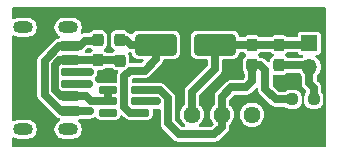
<source format=gbr>
%TF.GenerationSoftware,KiCad,Pcbnew,8.0.8*%
%TF.CreationDate,2025-02-05T16:43:23+08:00*%
%TF.ProjectId,5V24VBoostUp(USBC),35563234-5642-46f6-9f73-745570285553,rev?*%
%TF.SameCoordinates,Original*%
%TF.FileFunction,Copper,L1,Top*%
%TF.FilePolarity,Positive*%
%FSLAX46Y46*%
G04 Gerber Fmt 4.6, Leading zero omitted, Abs format (unit mm)*
G04 Created by KiCad (PCBNEW 8.0.8) date 2025-02-05 16:43:23*
%MOMM*%
%LPD*%
G01*
G04 APERTURE LIST*
G04 Aperture macros list*
%AMRoundRect*
0 Rectangle with rounded corners*
0 $1 Rounding radius*
0 $2 $3 $4 $5 $6 $7 $8 $9 X,Y pos of 4 corners*
0 Add a 4 corners polygon primitive as box body*
4,1,4,$2,$3,$4,$5,$6,$7,$8,$9,$2,$3,0*
0 Add four circle primitives for the rounded corners*
1,1,$1+$1,$2,$3*
1,1,$1+$1,$4,$5*
1,1,$1+$1,$6,$7*
1,1,$1+$1,$8,$9*
0 Add four rect primitives between the rounded corners*
20,1,$1+$1,$2,$3,$4,$5,0*
20,1,$1+$1,$4,$5,$6,$7,0*
20,1,$1+$1,$6,$7,$8,$9,0*
20,1,$1+$1,$8,$9,$2,$3,0*%
G04 Aperture macros list end*
%TA.AperFunction,ComponentPad*%
%ADD10C,1.440000*%
%TD*%
%TA.AperFunction,SMDPad,CuDef*%
%ADD11RoundRect,0.162500X0.617500X0.162500X-0.617500X0.162500X-0.617500X-0.162500X0.617500X-0.162500X0*%
%TD*%
%TA.AperFunction,SMDPad,CuDef*%
%ADD12RoundRect,0.237500X-0.237500X0.300000X-0.237500X-0.300000X0.237500X-0.300000X0.237500X0.300000X0*%
%TD*%
%TA.AperFunction,SMDPad,CuDef*%
%ADD13RoundRect,0.175000X-0.625000X0.175000X-0.625000X-0.175000X0.625000X-0.175000X0.625000X0.175000X0*%
%TD*%
%TA.AperFunction,SMDPad,CuDef*%
%ADD14RoundRect,0.200000X-0.600000X0.200000X-0.600000X-0.200000X0.600000X-0.200000X0.600000X0.200000X0*%
%TD*%
%TA.AperFunction,SMDPad,CuDef*%
%ADD15RoundRect,0.225000X-0.575000X0.225000X-0.575000X-0.225000X0.575000X-0.225000X0.575000X0.225000X0*%
%TD*%
%TA.AperFunction,HeatsinkPad*%
%ADD16O,1.700000X1.000000*%
%TD*%
%TA.AperFunction,ComponentPad*%
%ADD17R,1.350000X1.350000*%
%TD*%
%TA.AperFunction,ComponentPad*%
%ADD18O,1.350000X1.350000*%
%TD*%
%TA.AperFunction,SMDPad,CuDef*%
%ADD19RoundRect,0.237500X0.237500X-0.300000X0.237500X0.300000X-0.237500X0.300000X-0.237500X-0.300000X0*%
%TD*%
%TA.AperFunction,SMDPad,CuDef*%
%ADD20RoundRect,0.250000X1.500000X0.650000X-1.500000X0.650000X-1.500000X-0.650000X1.500000X-0.650000X0*%
%TD*%
%TA.AperFunction,SMDPad,CuDef*%
%ADD21RoundRect,0.237500X0.237500X-0.287500X0.237500X0.287500X-0.237500X0.287500X-0.237500X-0.287500X0*%
%TD*%
%TA.AperFunction,SMDPad,CuDef*%
%ADD22RoundRect,0.237500X0.250000X0.237500X-0.250000X0.237500X-0.250000X-0.237500X0.250000X-0.237500X0*%
%TD*%
%TA.AperFunction,ViaPad*%
%ADD23C,0.600000*%
%TD*%
%TA.AperFunction,Conductor*%
%ADD24C,0.650000*%
%TD*%
G04 APERTURE END LIST*
D10*
%TO.P,R1,1*%
%TO.N,Net-(D1-K)*%
X126390400Y-96240600D03*
%TO.P,R1,2*%
%TO.N,Net-(U1-FB)*%
X128930400Y-96240600D03*
%TO.P,R1,3*%
%TO.N,N/C*%
X131470400Y-96240600D03*
%TD*%
D11*
%TO.P,U1,1,SW*%
%TO.N,Net-(D1-A)*%
X121970800Y-96057800D03*
%TO.P,U1,2,GND*%
%TO.N,GND*%
X121970800Y-95107800D03*
%TO.P,U1,3,FB*%
%TO.N,Net-(U1-FB)*%
X121970800Y-94157800D03*
%TO.P,U1,4,EN*%
%TO.N,Net-(U1-EN)*%
X119270800Y-94157800D03*
%TO.P,U1,5,IN*%
X119270800Y-95107800D03*
%TO.P,U1,6,NC*%
%TO.N,unconnected-(U1-NC-Pad6)*%
X119270800Y-96057800D03*
%TD*%
D12*
%TO.P,C2,1*%
%TO.N,Net-(D1-K)*%
X131470400Y-90322400D03*
%TO.P,C2,2*%
%TO.N,Net-(U1-FB)*%
X131470400Y-92047400D03*
%TD*%
D13*
%TO.P,J3,A5,CC1*%
%TO.N,Net-(J3-CC1)*%
X116078000Y-92663200D03*
D14*
%TO.P,J3,A9,VBUS*%
%TO.N,Net-(U1-EN)*%
X116078000Y-94683200D03*
D15*
%TO.P,J3,A12,GND*%
%TO.N,GND*%
X116078000Y-95913200D03*
D13*
%TO.P,J3,B5,CC2*%
%TO.N,Net-(J3-CC2)*%
X116078000Y-93663200D03*
D14*
%TO.P,J3,B9,VBUS*%
%TO.N,Net-(U1-EN)*%
X116078000Y-91643200D03*
D15*
%TO.P,J3,B12,GND*%
%TO.N,GND*%
X116078000Y-90413200D03*
D16*
%TO.P,J3,S1,SHIELD*%
X115898000Y-88843200D03*
X112098000Y-88843200D03*
X115898000Y-97483200D03*
X112098000Y-97483200D03*
%TD*%
D17*
%TO.P,J2,1,Pin_1*%
%TO.N,Net-(D1-K)*%
X136321800Y-90195400D03*
D18*
%TO.P,J2,2,Pin_2*%
%TO.N,GND*%
X136321800Y-92195400D03*
%TD*%
D12*
%TO.P,C3,1*%
%TO.N,Net-(D1-K)*%
X133781800Y-90323500D03*
%TO.P,C3,2*%
%TO.N,GND*%
X133781800Y-92048500D03*
%TD*%
D19*
%TO.P,C1,1*%
%TO.N,Net-(U1-EN)*%
X118440200Y-91641000D03*
%TO.P,C1,2*%
%TO.N,GND*%
X118440200Y-89916000D03*
%TD*%
D20*
%TO.P,D1,1,K*%
%TO.N,Net-(D1-K)*%
X128331600Y-90322400D03*
%TO.P,D1,2,A*%
%TO.N,Net-(D1-A)*%
X123331600Y-90322400D03*
%TD*%
D21*
%TO.P,L1,1,1*%
%TO.N,Net-(U1-EN)*%
X120269000Y-91654600D03*
%TO.P,L1,2,2*%
%TO.N,Net-(D1-A)*%
X120269000Y-89904600D03*
%TD*%
D22*
%TO.P,R2,1*%
%TO.N,GND*%
X136700900Y-94945200D03*
%TO.P,R2,2*%
%TO.N,Net-(U1-FB)*%
X134875900Y-94945200D03*
%TD*%
D23*
%TO.N,GND*%
X123418600Y-95123000D03*
X117729000Y-95957801D03*
X117322600Y-89966800D03*
%TO.N,Net-(J3-CC1)*%
X117729000Y-92659200D03*
%TO.N,Net-(J3-CC2)*%
X117703600Y-93675200D03*
%TD*%
D24*
%TO.N,Net-(U1-EN)*%
X114753000Y-92028400D02*
X115138200Y-91643200D01*
X116078000Y-94683200D02*
X115278000Y-94683200D01*
X117441600Y-94683200D02*
X116078000Y-94683200D01*
X114753000Y-94158200D02*
X114753000Y-92028400D01*
X118440200Y-91641000D02*
X120255400Y-91641000D01*
X118438000Y-91643200D02*
X118440200Y-91641000D01*
X119270800Y-95107800D02*
X117866200Y-95107800D01*
X119270800Y-94157800D02*
X119270800Y-95107800D01*
X117866200Y-95107800D02*
X117441600Y-94683200D01*
X115278000Y-94683200D02*
X114753000Y-94158200D01*
X115138200Y-91643200D02*
X116078000Y-91643200D01*
X116078000Y-91643200D02*
X118438000Y-91643200D01*
X120255400Y-91641000D02*
X120269000Y-91654600D01*
%TO.N,GND*%
X136174900Y-92048500D02*
X136321800Y-92195400D01*
X113902999Y-91676319D02*
X115166118Y-90413200D01*
X116078000Y-95913200D02*
X115278000Y-95913200D01*
X116876200Y-90413200D02*
X117322600Y-89966800D01*
X133781800Y-92048500D02*
X136174900Y-92048500D01*
X115166118Y-90413200D02*
X116078000Y-90413200D01*
X121970800Y-95107800D02*
X123403400Y-95107800D01*
X113902999Y-94538199D02*
X113902999Y-91676319D01*
X115278000Y-95913200D02*
X113902999Y-94538199D01*
X117322600Y-89966800D02*
X118389400Y-89966800D01*
X136700900Y-94945200D02*
X136700900Y-93952700D01*
X136321800Y-93573600D02*
X136321800Y-92195400D01*
X136700900Y-93952700D02*
X136321800Y-93573600D01*
X123403400Y-95107800D02*
X123418600Y-95123000D01*
X118389400Y-89966800D02*
X118440200Y-89916000D01*
X116122601Y-95957801D02*
X117729000Y-95957801D01*
X116078000Y-90413200D02*
X116876200Y-90413200D01*
X116078000Y-95913200D02*
X116122601Y-95957801D01*
%TO.N,Net-(D1-K)*%
X126390400Y-94284800D02*
X128331600Y-92343600D01*
X131470400Y-90322400D02*
X132791200Y-90322400D01*
X128331600Y-92343600D02*
X128331600Y-90322400D01*
X136193700Y-90323500D02*
X136321800Y-90195400D01*
X131470400Y-90322400D02*
X128331600Y-90322400D01*
X126390400Y-96240600D02*
X126390400Y-94284800D01*
X132792300Y-90323500D02*
X133781800Y-90323500D01*
X133781800Y-90323500D02*
X136193700Y-90323500D01*
X132791200Y-90322400D02*
X132792300Y-90323500D01*
%TO.N,Net-(U1-FB)*%
X129717800Y-93929200D02*
X130962400Y-93929200D01*
X128930400Y-97256600D02*
X128930400Y-96240600D01*
X132179400Y-92047400D02*
X132613400Y-92481400D01*
X124358400Y-94860718D02*
X124358400Y-96977200D01*
X131470400Y-93421200D02*
X131470400Y-92047400D01*
X128930400Y-96240600D02*
X128930400Y-94716600D01*
X128295400Y-97891600D02*
X128930400Y-97256600D01*
X132613400Y-92481400D02*
X132613400Y-94056200D01*
X128930400Y-94716600D02*
X129717800Y-93929200D01*
X132613400Y-94056200D02*
X133502400Y-94945200D01*
X124358400Y-96977200D02*
X125272800Y-97891600D01*
X131470400Y-92047400D02*
X132179400Y-92047400D01*
X125272800Y-97891600D02*
X128295400Y-97891600D01*
X123655482Y-94157800D02*
X124358400Y-94860718D01*
X133502400Y-94945200D02*
X134875900Y-94945200D01*
X121970800Y-94157800D02*
X123655482Y-94157800D01*
X130962400Y-93929200D02*
X131470400Y-93421200D01*
%TO.N,Net-(D1-A)*%
X123331600Y-91552400D02*
X123331600Y-90322400D01*
X121147200Y-92506800D02*
X122377200Y-92506800D01*
X121208800Y-90322400D02*
X123331600Y-90322400D01*
X120665800Y-92988200D02*
X121147200Y-92506800D01*
X121970800Y-96057800D02*
X121164026Y-96057800D01*
X120269000Y-89904600D02*
X120791000Y-89904600D01*
X120665800Y-95559574D02*
X120665800Y-92988200D01*
X121164026Y-96057800D02*
X120665800Y-95559574D01*
X120791000Y-89904600D02*
X121208800Y-90322400D01*
X122377200Y-92506800D02*
X123331600Y-91552400D01*
%TO.N,Net-(J3-CC1)*%
X116078000Y-92663200D02*
X117725000Y-92663200D01*
X117725000Y-92663200D02*
X117729000Y-92659200D01*
%TO.N,Net-(J3-CC2)*%
X117691600Y-93663200D02*
X117703600Y-93675200D01*
X116078000Y-93663200D02*
X117691600Y-93663200D01*
%TD*%
%TA.AperFunction,NonConductor*%
G36*
X137720139Y-87184985D02*
G01*
X137765894Y-87237789D01*
X137777100Y-87289300D01*
X137777100Y-98892700D01*
X137757415Y-98959739D01*
X137704611Y-99005494D01*
X137653100Y-99016700D01*
X111266900Y-99016700D01*
X111199861Y-98997015D01*
X111154106Y-98944211D01*
X111142900Y-98892700D01*
X111142900Y-98273626D01*
X111162585Y-98206587D01*
X111215389Y-98160832D01*
X111284547Y-98150888D01*
X111335792Y-98170525D01*
X111368812Y-98192589D01*
X111368827Y-98192597D01*
X111514498Y-98252935D01*
X111514503Y-98252937D01*
X111669153Y-98283699D01*
X111669156Y-98283700D01*
X111669158Y-98283700D01*
X112526844Y-98283700D01*
X112526845Y-98283699D01*
X112681497Y-98252937D01*
X112827179Y-98192594D01*
X112958289Y-98104989D01*
X113069789Y-97993489D01*
X113157394Y-97862379D01*
X113217737Y-97716697D01*
X113248500Y-97562042D01*
X113248500Y-97404358D01*
X113248500Y-97404355D01*
X113248499Y-97404353D01*
X113222468Y-97273488D01*
X113217737Y-97249703D01*
X113216342Y-97246334D01*
X113157397Y-97104027D01*
X113157390Y-97104014D01*
X113069789Y-96972911D01*
X113069786Y-96972907D01*
X112958292Y-96861413D01*
X112958288Y-96861410D01*
X112827185Y-96773809D01*
X112827172Y-96773802D01*
X112681501Y-96713464D01*
X112681489Y-96713461D01*
X112526845Y-96682700D01*
X112526842Y-96682700D01*
X111669158Y-96682700D01*
X111669155Y-96682700D01*
X111514510Y-96713461D01*
X111514498Y-96713464D01*
X111368827Y-96773802D01*
X111368816Y-96773808D01*
X111335790Y-96795876D01*
X111269113Y-96816753D01*
X111201733Y-96798268D01*
X111155043Y-96746289D01*
X111142900Y-96692773D01*
X111142900Y-91614707D01*
X113277499Y-91614707D01*
X113277499Y-91614713D01*
X113277499Y-94599805D01*
X113301536Y-94720651D01*
X113311542Y-94744807D01*
X113348687Y-94834485D01*
X113348688Y-94834487D01*
X113348689Y-94834488D01*
X113348690Y-94834491D01*
X113381499Y-94883590D01*
X113381500Y-94883594D01*
X113381501Y-94883594D01*
X113417137Y-94936927D01*
X113417143Y-94936935D01*
X113508585Y-95028377D01*
X113508607Y-95028397D01*
X114789016Y-96308806D01*
X114789045Y-96308837D01*
X114879264Y-96399056D01*
X114915176Y-96423052D01*
X114915177Y-96423052D01*
X114981714Y-96467512D01*
X115062207Y-96500852D01*
X115095548Y-96514663D01*
X115113914Y-96518316D01*
X115164646Y-96541128D01*
X115192295Y-96562094D01*
X115233820Y-96618285D01*
X115238373Y-96688006D01*
X115204509Y-96749121D01*
X115173527Y-96769695D01*
X115174191Y-96770936D01*
X115168814Y-96773809D01*
X115037711Y-96861410D01*
X115037707Y-96861413D01*
X114926213Y-96972907D01*
X114926210Y-96972911D01*
X114838609Y-97104014D01*
X114838602Y-97104027D01*
X114778264Y-97249698D01*
X114778261Y-97249710D01*
X114747500Y-97404353D01*
X114747500Y-97562046D01*
X114778261Y-97716689D01*
X114778264Y-97716701D01*
X114838602Y-97862372D01*
X114838609Y-97862385D01*
X114926210Y-97993488D01*
X114926213Y-97993492D01*
X115037707Y-98104986D01*
X115037711Y-98104989D01*
X115168814Y-98192590D01*
X115168827Y-98192597D01*
X115314498Y-98252935D01*
X115314503Y-98252937D01*
X115469153Y-98283699D01*
X115469156Y-98283700D01*
X115469158Y-98283700D01*
X116326844Y-98283700D01*
X116326845Y-98283699D01*
X116481497Y-98252937D01*
X116627179Y-98192594D01*
X116758289Y-98104989D01*
X116869789Y-97993489D01*
X116957394Y-97862379D01*
X117017737Y-97716697D01*
X117048500Y-97562042D01*
X117048500Y-97404358D01*
X117048500Y-97404355D01*
X117048499Y-97404353D01*
X117022468Y-97273488D01*
X117017737Y-97249703D01*
X117016342Y-97246334D01*
X116957397Y-97104027D01*
X116957390Y-97104014D01*
X116869789Y-96972911D01*
X116869786Y-96972907D01*
X116758292Y-96861413D01*
X116756877Y-96860252D01*
X116756334Y-96859455D01*
X116753982Y-96857103D01*
X116754427Y-96856657D01*
X116717540Y-96802508D01*
X116715666Y-96732664D01*
X116751850Y-96672893D01*
X116790043Y-96649042D01*
X116912975Y-96600564D01*
X116912982Y-96600557D01*
X116915371Y-96599216D01*
X116918409Y-96598420D01*
X116920865Y-96597452D01*
X116920981Y-96597746D01*
X116976147Y-96583301D01*
X117790607Y-96583301D01*
X117790608Y-96583300D01*
X117911452Y-96559264D01*
X118025286Y-96512112D01*
X118106341Y-96457952D01*
X118173017Y-96437075D01*
X118240397Y-96455559D01*
X118275001Y-96487421D01*
X118284915Y-96500854D01*
X118322210Y-96551388D01*
X118322212Y-96551390D01*
X118434505Y-96634265D01*
X118434507Y-96634266D01*
X118434511Y-96634269D01*
X118434514Y-96634270D01*
X118566249Y-96680367D01*
X118597524Y-96683300D01*
X118597528Y-96683300D01*
X119944076Y-96683300D01*
X119975349Y-96680367D01*
X119975351Y-96680367D01*
X120064876Y-96649040D01*
X120107089Y-96634269D01*
X120219389Y-96551389D01*
X120302269Y-96439089D01*
X120330007Y-96359819D01*
X120370728Y-96303043D01*
X120435681Y-96277296D01*
X120504243Y-96290752D01*
X120534729Y-96313093D01*
X120675042Y-96453406D01*
X120675071Y-96453437D01*
X120765290Y-96543656D01*
X120765293Y-96543658D01*
X120824623Y-96583301D01*
X120867741Y-96612112D01*
X120933459Y-96639333D01*
X120981574Y-96659263D01*
X121041997Y-96671281D01*
X121102419Y-96683300D01*
X122644076Y-96683300D01*
X122675349Y-96680367D01*
X122675351Y-96680367D01*
X122764876Y-96649040D01*
X122807089Y-96634269D01*
X122919389Y-96551389D01*
X123002269Y-96439089D01*
X123030012Y-96359804D01*
X123048367Y-96307351D01*
X123048367Y-96307349D01*
X123051300Y-96276076D01*
X123051300Y-95857300D01*
X123070985Y-95790261D01*
X123123789Y-95744506D01*
X123175300Y-95733300D01*
X123268365Y-95733300D01*
X123292555Y-95735682D01*
X123356991Y-95748499D01*
X123356992Y-95748500D01*
X123356993Y-95748500D01*
X123480208Y-95748500D01*
X123480208Y-95748499D01*
X123584710Y-95727713D01*
X123654300Y-95733940D01*
X123709477Y-95776803D01*
X123732722Y-95842692D01*
X123732900Y-95849330D01*
X123732900Y-97038806D01*
X123754059Y-97145185D01*
X123754060Y-97145188D01*
X123754059Y-97145188D01*
X123756935Y-97159646D01*
X123756936Y-97159650D01*
X123756937Y-97159651D01*
X123804088Y-97273486D01*
X123833969Y-97318204D01*
X123833970Y-97318207D01*
X123872538Y-97375928D01*
X123872544Y-97375936D01*
X123963986Y-97467378D01*
X123964008Y-97467398D01*
X124783816Y-98287206D01*
X124783845Y-98287237D01*
X124874064Y-98377456D01*
X124874067Y-98377458D01*
X124950990Y-98428856D01*
X124976510Y-98445909D01*
X124976512Y-98445910D01*
X124976515Y-98445912D01*
X125043196Y-98473531D01*
X125043198Y-98473533D01*
X125083440Y-98490201D01*
X125090348Y-98493063D01*
X125150771Y-98505081D01*
X125211193Y-98517100D01*
X128357007Y-98517100D01*
X128417429Y-98505081D01*
X128477852Y-98493063D01*
X128477855Y-98493061D01*
X128477858Y-98493061D01*
X128511187Y-98479254D01*
X128511186Y-98479254D01*
X128511192Y-98479252D01*
X128591686Y-98445912D01*
X128642909Y-98411684D01*
X128694133Y-98377458D01*
X128781258Y-98290333D01*
X128781259Y-98290330D01*
X129416258Y-97655333D01*
X129484712Y-97552885D01*
X129531863Y-97439051D01*
X129555901Y-97318206D01*
X129555901Y-97194993D01*
X129555901Y-97189883D01*
X129555900Y-97189857D01*
X129555900Y-97106076D01*
X129575585Y-97039037D01*
X129601234Y-97010224D01*
X129655494Y-96965694D01*
X129783021Y-96810303D01*
X129877781Y-96633018D01*
X129936134Y-96440653D01*
X129955838Y-96240600D01*
X130444962Y-96240600D01*
X130464665Y-96440651D01*
X130488224Y-96518315D01*
X130523019Y-96633018D01*
X130613613Y-96802508D01*
X130617781Y-96810306D01*
X130745305Y-96965694D01*
X130900693Y-97093218D01*
X130900697Y-97093221D01*
X131077982Y-97187981D01*
X131270347Y-97246334D01*
X131270346Y-97246334D01*
X131288283Y-97248100D01*
X131470400Y-97266038D01*
X131670453Y-97246334D01*
X131862818Y-97187981D01*
X132040103Y-97093221D01*
X132195494Y-96965694D01*
X132323021Y-96810303D01*
X132417781Y-96633018D01*
X132476134Y-96440653D01*
X132495838Y-96240600D01*
X132476134Y-96040547D01*
X132417781Y-95848182D01*
X132323021Y-95670897D01*
X132323018Y-95670893D01*
X132195494Y-95515505D01*
X132040106Y-95387981D01*
X132040104Y-95387980D01*
X132040103Y-95387979D01*
X131862818Y-95293219D01*
X131670453Y-95234866D01*
X131670450Y-95234865D01*
X131670453Y-95234865D01*
X131470400Y-95215162D01*
X131270348Y-95234865D01*
X131077982Y-95293219D01*
X130900693Y-95387981D01*
X130745305Y-95515505D01*
X130617781Y-95670893D01*
X130523019Y-95848182D01*
X130464665Y-96040548D01*
X130444962Y-96240600D01*
X129955838Y-96240600D01*
X129936134Y-96040547D01*
X129877781Y-95848182D01*
X129783021Y-95670897D01*
X129783018Y-95670893D01*
X129655498Y-95515510D01*
X129655495Y-95515508D01*
X129655494Y-95515506D01*
X129621598Y-95487687D01*
X129601233Y-95470974D01*
X129561900Y-95413227D01*
X129555900Y-95375122D01*
X129555900Y-95027052D01*
X129575585Y-94960013D01*
X129592219Y-94939371D01*
X129940571Y-94591019D01*
X130001894Y-94557534D01*
X130028252Y-94554700D01*
X131024008Y-94554700D01*
X131024008Y-94554699D01*
X131108186Y-94537956D01*
X131108187Y-94537956D01*
X131120519Y-94535502D01*
X131144852Y-94530663D01*
X131144857Y-94530660D01*
X131144860Y-94530660D01*
X131178187Y-94516854D01*
X131178186Y-94516854D01*
X131178192Y-94516852D01*
X131258686Y-94483512D01*
X131325964Y-94438557D01*
X131361133Y-94415058D01*
X131448258Y-94327933D01*
X131448259Y-94327930D01*
X131776221Y-93999968D01*
X131837542Y-93966486D01*
X131907234Y-93971470D01*
X131963167Y-94013342D01*
X131987584Y-94078806D01*
X131987900Y-94087652D01*
X131987900Y-94117806D01*
X132011937Y-94238652D01*
X132020879Y-94260240D01*
X132020880Y-94260245D01*
X132020881Y-94260245D01*
X132045508Y-94319700D01*
X132059088Y-94352486D01*
X132059090Y-94352490D01*
X132082093Y-94386915D01*
X132082094Y-94386916D01*
X132127541Y-94454932D01*
X132127544Y-94454936D01*
X132218986Y-94546378D01*
X132219008Y-94546398D01*
X133013416Y-95340806D01*
X133013445Y-95340837D01*
X133103665Y-95431057D01*
X133107726Y-95433770D01*
X133141500Y-95456337D01*
X133206115Y-95499512D01*
X133206117Y-95499513D01*
X133206116Y-95499513D01*
X133229511Y-95509202D01*
X133259760Y-95521732D01*
X133259761Y-95521733D01*
X133292676Y-95535366D01*
X133319948Y-95546663D01*
X133380371Y-95558681D01*
X133440793Y-95570700D01*
X133440794Y-95570700D01*
X134205476Y-95570700D01*
X134272515Y-95590385D01*
X134280401Y-95595896D01*
X134359742Y-95656062D01*
X134497323Y-95710317D01*
X134554962Y-95717239D01*
X134583781Y-95720700D01*
X134583782Y-95720700D01*
X135168019Y-95720700D01*
X135189632Y-95718104D01*
X135254477Y-95710317D01*
X135392058Y-95656062D01*
X135509900Y-95566700D01*
X135599262Y-95448858D01*
X135653517Y-95311277D01*
X135663900Y-95224818D01*
X135663900Y-94665582D01*
X135662628Y-94654994D01*
X135655454Y-94595252D01*
X135653517Y-94579123D01*
X135599262Y-94441542D01*
X135597017Y-94438581D01*
X135509900Y-94323699D01*
X135392060Y-94234339D01*
X135392058Y-94234338D01*
X135254477Y-94180083D01*
X135254476Y-94180082D01*
X135254474Y-94180082D01*
X135168019Y-94169700D01*
X135168018Y-94169700D01*
X134583782Y-94169700D01*
X134583781Y-94169700D01*
X134497325Y-94180082D01*
X134497324Y-94180082D01*
X134359739Y-94234339D01*
X134280401Y-94294504D01*
X134215090Y-94319327D01*
X134205476Y-94319700D01*
X133812852Y-94319700D01*
X133745813Y-94300015D01*
X133725171Y-94283381D01*
X133275219Y-93833429D01*
X133241734Y-93772106D01*
X133238900Y-93745748D01*
X133238900Y-92988579D01*
X133258585Y-92921540D01*
X133311389Y-92875785D01*
X133380547Y-92865841D01*
X133408387Y-92873224D01*
X133415723Y-92876117D01*
X133473362Y-92883039D01*
X133502181Y-92886500D01*
X133502182Y-92886500D01*
X134061419Y-92886500D01*
X134083032Y-92883904D01*
X134147877Y-92876117D01*
X134285458Y-92821862D01*
X134403300Y-92732500D01*
X134403301Y-92732499D01*
X134410449Y-92723074D01*
X134466642Y-92681551D01*
X134509252Y-92674000D01*
X135397187Y-92674000D01*
X135464226Y-92693685D01*
X135502704Y-92735383D01*
X135503396Y-92734921D01*
X135506328Y-92739310D01*
X135506542Y-92739542D01*
X135506777Y-92739981D01*
X135506780Y-92739986D01*
X135618500Y-92876116D01*
X135628680Y-92888520D01*
X135636971Y-92895324D01*
X135650964Y-92906808D01*
X135690299Y-92964553D01*
X135696300Y-93002662D01*
X135696300Y-93635210D01*
X135720335Y-93756044D01*
X135720338Y-93756054D01*
X135734147Y-93789392D01*
X135734147Y-93789393D01*
X135767485Y-93869881D01*
X135767487Y-93869885D01*
X135796096Y-93912699D01*
X135796097Y-93912701D01*
X135835940Y-93972331D01*
X135835941Y-93972332D01*
X135835942Y-93972333D01*
X135923067Y-94059458D01*
X135923068Y-94059458D01*
X135930135Y-94066525D01*
X135930134Y-94066525D01*
X135930138Y-94066528D01*
X136039081Y-94175471D01*
X136072566Y-94236794D01*
X136075400Y-94263152D01*
X136075400Y-94270792D01*
X136055715Y-94337831D01*
X136050204Y-94345717D01*
X135977539Y-94441539D01*
X135923282Y-94579124D01*
X135923282Y-94579125D01*
X135912900Y-94665581D01*
X135912900Y-95224818D01*
X135923282Y-95311274D01*
X135923282Y-95311275D01*
X135977539Y-95448860D01*
X136066899Y-95566700D01*
X136184739Y-95656060D01*
X136184742Y-95656062D01*
X136322323Y-95710317D01*
X136379962Y-95717239D01*
X136408781Y-95720700D01*
X136408782Y-95720700D01*
X136993019Y-95720700D01*
X137014632Y-95718104D01*
X137079477Y-95710317D01*
X137217058Y-95656062D01*
X137334900Y-95566700D01*
X137424262Y-95448858D01*
X137478517Y-95311277D01*
X137488900Y-95224818D01*
X137488900Y-94665582D01*
X137487628Y-94654994D01*
X137480454Y-94595252D01*
X137478517Y-94579123D01*
X137424262Y-94441542D01*
X137421998Y-94438557D01*
X137351596Y-94345717D01*
X137326773Y-94280406D01*
X137326400Y-94270792D01*
X137326400Y-93891093D01*
X137326399Y-93891089D01*
X137325400Y-93886067D01*
X137302363Y-93770248D01*
X137261643Y-93671941D01*
X137255212Y-93656416D01*
X137255207Y-93656407D01*
X137186759Y-93553968D01*
X137145406Y-93512615D01*
X137099633Y-93466842D01*
X137099632Y-93466841D01*
X136983619Y-93350828D01*
X136950134Y-93289505D01*
X136947300Y-93263147D01*
X136947300Y-93002662D01*
X136966985Y-92935623D01*
X136992636Y-92906808D01*
X137006629Y-92895324D01*
X137014920Y-92888520D01*
X137136823Y-92739981D01*
X137212931Y-92597593D01*
X137227403Y-92570518D01*
X137227403Y-92570517D01*
X137227405Y-92570514D01*
X137283185Y-92386631D01*
X137302020Y-92195400D01*
X137283185Y-92004169D01*
X137227405Y-91820286D01*
X137227403Y-91820283D01*
X137227403Y-91820281D01*
X137136826Y-91650824D01*
X137136822Y-91650817D01*
X137014920Y-91502279D01*
X136879023Y-91390752D01*
X136839689Y-91333007D01*
X136837818Y-91263162D01*
X136874005Y-91203394D01*
X136936761Y-91172678D01*
X136957687Y-91170899D01*
X137041664Y-91170899D01*
X137041679Y-91170897D01*
X137041682Y-91170897D01*
X137066787Y-91167986D01*
X137066788Y-91167985D01*
X137066791Y-91167985D01*
X137169565Y-91122606D01*
X137249006Y-91043165D01*
X137294385Y-90940391D01*
X137297300Y-90915265D01*
X137297299Y-89475536D01*
X137296076Y-89464986D01*
X137294386Y-89450412D01*
X137294385Y-89450410D01*
X137294385Y-89450409D01*
X137249006Y-89347635D01*
X137169565Y-89268194D01*
X137149474Y-89259323D01*
X137066792Y-89222815D01*
X137041665Y-89219900D01*
X135601943Y-89219900D01*
X135601917Y-89219902D01*
X135576812Y-89222813D01*
X135576808Y-89222815D01*
X135474035Y-89268193D01*
X135394594Y-89347634D01*
X135349215Y-89450406D01*
X135349215Y-89450408D01*
X135346300Y-89475531D01*
X135346300Y-89574000D01*
X135326615Y-89641039D01*
X135273811Y-89686794D01*
X135222300Y-89698000D01*
X134509252Y-89698000D01*
X134442213Y-89678315D01*
X134410449Y-89648926D01*
X134403301Y-89639500D01*
X134285460Y-89550139D01*
X134285458Y-89550138D01*
X134147877Y-89495883D01*
X134147876Y-89495882D01*
X134147874Y-89495882D01*
X134061419Y-89485500D01*
X134061418Y-89485500D01*
X133502182Y-89485500D01*
X133502181Y-89485500D01*
X133415725Y-89495882D01*
X133415724Y-89495882D01*
X133278139Y-89550139D01*
X133160298Y-89639500D01*
X133153151Y-89648926D01*
X133096958Y-89690449D01*
X133054348Y-89698000D01*
X132870069Y-89698000D01*
X132857917Y-89697403D01*
X132852809Y-89696900D01*
X132852807Y-89696900D01*
X132852806Y-89696900D01*
X132197852Y-89696900D01*
X132130813Y-89677215D01*
X132099049Y-89647826D01*
X132091901Y-89638400D01*
X131974060Y-89549039D01*
X131974058Y-89549038D01*
X131836477Y-89494783D01*
X131836476Y-89494782D01*
X131836474Y-89494782D01*
X131750019Y-89484400D01*
X131750018Y-89484400D01*
X131190782Y-89484400D01*
X131190781Y-89484400D01*
X131104325Y-89494782D01*
X131104324Y-89494782D01*
X130966739Y-89549039D01*
X130848898Y-89638400D01*
X130841751Y-89647826D01*
X130785558Y-89689349D01*
X130742948Y-89696900D01*
X130500218Y-89696900D01*
X130433179Y-89677215D01*
X130387424Y-89624411D01*
X130377103Y-89587686D01*
X130371477Y-89540836D01*
X130315961Y-89400058D01*
X130315960Y-89400057D01*
X130315960Y-89400056D01*
X130224522Y-89279477D01*
X130103943Y-89188039D01*
X130007792Y-89150122D01*
X129963164Y-89132523D01*
X129963163Y-89132522D01*
X129963161Y-89132522D01*
X129917526Y-89127042D01*
X129874702Y-89121900D01*
X126788498Y-89121900D01*
X126749453Y-89126588D01*
X126700038Y-89132522D01*
X126559256Y-89188039D01*
X126438677Y-89279477D01*
X126347239Y-89400056D01*
X126291722Y-89540838D01*
X126286097Y-89587683D01*
X126281100Y-89629298D01*
X126281100Y-91015502D01*
X126284422Y-91043163D01*
X126291722Y-91103961D01*
X126291722Y-91103963D01*
X126291723Y-91103964D01*
X126306836Y-91142288D01*
X126347239Y-91244743D01*
X126438677Y-91365322D01*
X126559256Y-91456760D01*
X126559257Y-91456760D01*
X126559258Y-91456761D01*
X126700036Y-91512277D01*
X126788498Y-91522900D01*
X127582100Y-91522900D01*
X127649139Y-91542585D01*
X127694894Y-91595389D01*
X127706100Y-91646900D01*
X127706100Y-92033147D01*
X127686415Y-92100186D01*
X127669781Y-92120828D01*
X125991669Y-93798940D01*
X125991667Y-93798942D01*
X125957180Y-93833429D01*
X125904544Y-93886064D01*
X125881024Y-93921265D01*
X125881023Y-93921265D01*
X125836090Y-93988509D01*
X125836085Y-93988518D01*
X125802988Y-94068425D01*
X125788939Y-94102341D01*
X125788935Y-94102355D01*
X125764900Y-94223189D01*
X125764900Y-95375122D01*
X125745215Y-95442161D01*
X125719567Y-95470974D01*
X125665301Y-95515510D01*
X125537781Y-95670893D01*
X125443019Y-95848182D01*
X125384665Y-96040548D01*
X125364962Y-96240600D01*
X125384665Y-96440651D01*
X125408224Y-96518315D01*
X125443019Y-96633018D01*
X125533613Y-96802508D01*
X125537781Y-96810306D01*
X125665305Y-96965694D01*
X125763459Y-97046247D01*
X125802793Y-97103993D01*
X125804664Y-97173837D01*
X125768476Y-97233606D01*
X125705720Y-97264321D01*
X125684794Y-97266100D01*
X125583252Y-97266100D01*
X125516213Y-97246415D01*
X125495571Y-97229781D01*
X125020219Y-96754429D01*
X124986734Y-96693106D01*
X124983900Y-96666748D01*
X124983900Y-94799107D01*
X124980835Y-94783702D01*
X124980833Y-94783696D01*
X124968293Y-94720650D01*
X124968293Y-94720649D01*
X124959864Y-94678273D01*
X124959863Y-94678266D01*
X124912711Y-94564432D01*
X124912710Y-94564431D01*
X124912707Y-94564425D01*
X124844258Y-94461985D01*
X124844255Y-94461981D01*
X124754037Y-94371763D01*
X124754006Y-94371734D01*
X124145680Y-93763408D01*
X124145660Y-93763386D01*
X124054218Y-93671944D01*
X124054214Y-93671941D01*
X123995806Y-93632914D01*
X123951769Y-93603489D01*
X123951768Y-93603488D01*
X123951765Y-93603486D01*
X123951762Y-93603485D01*
X123871274Y-93570147D01*
X123837936Y-93556338D01*
X123837937Y-93556338D01*
X123837934Y-93556337D01*
X123837930Y-93556336D01*
X123837926Y-93556335D01*
X123731834Y-93535232D01*
X123731833Y-93535232D01*
X123717093Y-93532300D01*
X123717089Y-93532300D01*
X123717088Y-93532300D01*
X122644072Y-93532300D01*
X121415300Y-93532300D01*
X121348261Y-93512615D01*
X121302506Y-93459811D01*
X121291300Y-93408300D01*
X121291300Y-93298653D01*
X121310985Y-93231614D01*
X121327620Y-93210971D01*
X121369974Y-93168618D01*
X121431297Y-93135133D01*
X121457654Y-93132300D01*
X122438808Y-93132300D01*
X122438808Y-93132299D01*
X122552427Y-93109700D01*
X122559652Y-93108263D01*
X122603366Y-93090156D01*
X122673486Y-93061112D01*
X122736078Y-93019288D01*
X122775933Y-92992658D01*
X122863058Y-92905533D01*
X122863058Y-92905531D01*
X122873266Y-92895324D01*
X122873267Y-92895321D01*
X123817457Y-91951134D01*
X123817624Y-91950885D01*
X123817683Y-91950798D01*
X123885907Y-91848692D01*
X123885907Y-91848691D01*
X123885911Y-91848686D01*
X123933063Y-91734852D01*
X123955369Y-91622707D01*
X123987753Y-91560799D01*
X124048468Y-91526224D01*
X124076986Y-91522900D01*
X124874697Y-91522900D01*
X124874702Y-91522900D01*
X124963164Y-91512277D01*
X125103942Y-91456761D01*
X125224522Y-91365322D01*
X125315961Y-91244742D01*
X125371477Y-91103964D01*
X125382100Y-91015502D01*
X125382100Y-89629298D01*
X125371477Y-89540836D01*
X125315961Y-89400058D01*
X125315960Y-89400057D01*
X125315960Y-89400056D01*
X125224522Y-89279477D01*
X125103943Y-89188039D01*
X125007792Y-89150122D01*
X124963164Y-89132523D01*
X124963163Y-89132522D01*
X124963161Y-89132522D01*
X124917526Y-89127042D01*
X124874702Y-89121900D01*
X121788498Y-89121900D01*
X121749453Y-89126588D01*
X121700038Y-89132522D01*
X121559256Y-89188039D01*
X121438677Y-89279478D01*
X121355442Y-89389239D01*
X121299250Y-89430762D01*
X121229529Y-89435313D01*
X121187749Y-89417416D01*
X121145579Y-89389239D01*
X121134380Y-89381756D01*
X121087286Y-89350288D01*
X121086209Y-89349842D01*
X121047354Y-89333748D01*
X121000974Y-89314537D01*
X120973452Y-89303137D01*
X120973448Y-89303136D01*
X120973184Y-89303056D01*
X120973062Y-89302976D01*
X120967825Y-89300807D01*
X120968236Y-89299813D01*
X120914749Y-89264754D01*
X120910385Y-89259323D01*
X120890500Y-89233100D01*
X120890495Y-89233096D01*
X120772660Y-89143739D01*
X120772658Y-89143738D01*
X120635077Y-89089483D01*
X120635076Y-89089482D01*
X120635074Y-89089482D01*
X120548619Y-89079100D01*
X120548618Y-89079100D01*
X119989382Y-89079100D01*
X119989381Y-89079100D01*
X119902925Y-89089482D01*
X119902924Y-89089482D01*
X119765339Y-89143739D01*
X119647499Y-89233099D01*
X119558139Y-89350939D01*
X119503882Y-89488524D01*
X119503882Y-89488525D01*
X119493500Y-89574981D01*
X119493500Y-90234218D01*
X119503882Y-90320674D01*
X119503882Y-90320675D01*
X119558139Y-90458260D01*
X119647499Y-90576100D01*
X119765339Y-90665460D01*
X119765342Y-90665462D01*
X119765343Y-90665462D01*
X119772734Y-90669618D01*
X119771647Y-90671551D01*
X119817403Y-90707154D01*
X119840595Y-90773063D01*
X119824472Y-90841047D01*
X119774154Y-90889522D01*
X119767163Y-90892713D01*
X119765339Y-90893739D01*
X119682510Y-90956551D01*
X119653324Y-90978684D01*
X119640742Y-90988225D01*
X119639018Y-90985952D01*
X119590096Y-91012666D01*
X119563738Y-91015500D01*
X119167652Y-91015500D01*
X119100613Y-90995815D01*
X119068849Y-90966426D01*
X119061701Y-90957000D01*
X118976924Y-90892713D01*
X118956603Y-90877302D01*
X118915081Y-90821112D01*
X118910529Y-90751391D01*
X118944393Y-90690277D01*
X118956599Y-90679699D01*
X119061700Y-90600000D01*
X119151062Y-90482158D01*
X119205317Y-90344577D01*
X119215700Y-90258118D01*
X119215700Y-89573882D01*
X119213143Y-89552594D01*
X119205317Y-89487425D01*
X119205317Y-89487424D01*
X119205317Y-89487423D01*
X119151062Y-89349842D01*
X119151060Y-89349839D01*
X119061700Y-89231999D01*
X118943860Y-89142639D01*
X118943858Y-89142638D01*
X118806277Y-89088383D01*
X118806276Y-89088382D01*
X118806274Y-89088382D01*
X118719819Y-89078000D01*
X118719818Y-89078000D01*
X118160582Y-89078000D01*
X118160581Y-89078000D01*
X118074125Y-89088382D01*
X118074124Y-89088382D01*
X117936539Y-89142639D01*
X117818704Y-89231996D01*
X117818699Y-89232000D01*
X117793862Y-89264754D01*
X117773029Y-89292226D01*
X117716839Y-89333748D01*
X117674227Y-89341300D01*
X117384207Y-89341300D01*
X117260993Y-89341300D01*
X117218049Y-89349842D01*
X117218048Y-89349841D01*
X117140154Y-89365335D01*
X117140134Y-89365341D01*
X117124634Y-89371761D01*
X117055164Y-89379227D01*
X116992687Y-89347949D01*
X116957037Y-89287858D01*
X116959535Y-89218033D01*
X116962615Y-89209772D01*
X117017737Y-89076697D01*
X117048500Y-88922042D01*
X117048500Y-88764358D01*
X117048500Y-88764355D01*
X117048499Y-88764353D01*
X117017738Y-88609710D01*
X117017737Y-88609703D01*
X117017735Y-88609698D01*
X116957397Y-88464027D01*
X116957390Y-88464014D01*
X116869789Y-88332911D01*
X116869786Y-88332907D01*
X116758292Y-88221413D01*
X116758288Y-88221410D01*
X116627185Y-88133809D01*
X116627172Y-88133802D01*
X116481501Y-88073464D01*
X116481489Y-88073461D01*
X116326845Y-88042700D01*
X116326842Y-88042700D01*
X115469158Y-88042700D01*
X115469155Y-88042700D01*
X115314510Y-88073461D01*
X115314498Y-88073464D01*
X115168827Y-88133802D01*
X115168814Y-88133809D01*
X115037711Y-88221410D01*
X115037707Y-88221413D01*
X114926213Y-88332907D01*
X114926210Y-88332911D01*
X114838609Y-88464014D01*
X114838602Y-88464027D01*
X114778264Y-88609698D01*
X114778261Y-88609710D01*
X114747500Y-88764353D01*
X114747500Y-88922046D01*
X114778261Y-89076689D01*
X114778264Y-89076701D01*
X114838602Y-89222372D01*
X114838609Y-89222385D01*
X114926210Y-89353488D01*
X114926213Y-89353492D01*
X115037707Y-89464986D01*
X115037711Y-89464989D01*
X115168814Y-89552590D01*
X115172088Y-89554340D01*
X115173481Y-89555708D01*
X115173886Y-89555979D01*
X115173834Y-89556055D01*
X115221933Y-89603302D01*
X115237395Y-89671439D01*
X115213565Y-89737119D01*
X115158008Y-89779489D01*
X115113637Y-89787700D01*
X115104510Y-89787700D01*
X115081970Y-89792183D01*
X115059430Y-89796667D01*
X115016007Y-89805304D01*
X114983663Y-89811737D01*
X114963661Y-89820023D01*
X114950325Y-89825547D01*
X114869837Y-89858884D01*
X114869823Y-89858892D01*
X114767390Y-89927338D01*
X114767382Y-89927344D01*
X114118627Y-90576100D01*
X113504269Y-91190458D01*
X113504266Y-91190461D01*
X113481618Y-91213109D01*
X113417141Y-91277585D01*
X113413053Y-91283704D01*
X113385472Y-91324982D01*
X113380110Y-91333007D01*
X113348686Y-91380034D01*
X113348684Y-91380037D01*
X113321388Y-91445935D01*
X113321389Y-91445936D01*
X113301877Y-91493045D01*
X113301857Y-91493093D01*
X113301535Y-91493868D01*
X113277639Y-91614007D01*
X113277499Y-91614707D01*
X111142900Y-91614707D01*
X111142900Y-89633626D01*
X111162585Y-89566587D01*
X111215389Y-89520832D01*
X111284547Y-89510888D01*
X111335792Y-89530525D01*
X111368812Y-89552589D01*
X111368827Y-89552597D01*
X111491242Y-89603302D01*
X111514503Y-89612937D01*
X111669153Y-89643699D01*
X111669156Y-89643700D01*
X111669158Y-89643700D01*
X112526844Y-89643700D01*
X112526845Y-89643699D01*
X112681497Y-89612937D01*
X112794166Y-89566267D01*
X112827172Y-89552597D01*
X112827172Y-89552596D01*
X112827179Y-89552594D01*
X112958289Y-89464989D01*
X113069789Y-89353489D01*
X113157394Y-89222379D01*
X113158421Y-89219901D01*
X113171618Y-89188039D01*
X113217737Y-89076697D01*
X113248500Y-88922042D01*
X113248500Y-88764358D01*
X113248500Y-88764355D01*
X113248499Y-88764353D01*
X113217738Y-88609710D01*
X113217737Y-88609703D01*
X113217735Y-88609698D01*
X113157397Y-88464027D01*
X113157390Y-88464014D01*
X113069789Y-88332911D01*
X113069786Y-88332907D01*
X112958292Y-88221413D01*
X112958288Y-88221410D01*
X112827185Y-88133809D01*
X112827172Y-88133802D01*
X112681501Y-88073464D01*
X112681489Y-88073461D01*
X112526845Y-88042700D01*
X112526842Y-88042700D01*
X111669158Y-88042700D01*
X111669155Y-88042700D01*
X111514510Y-88073461D01*
X111514498Y-88073464D01*
X111368827Y-88133802D01*
X111368816Y-88133808D01*
X111335790Y-88155876D01*
X111269113Y-88176753D01*
X111201733Y-88158268D01*
X111155043Y-88106289D01*
X111142900Y-88052773D01*
X111142900Y-87289300D01*
X111162585Y-87222261D01*
X111215389Y-87176506D01*
X111266900Y-87165300D01*
X137653100Y-87165300D01*
X137720139Y-87184985D01*
G37*
%TD.AperFunction*%
%TA.AperFunction,NonConductor*%
G36*
X117833885Y-90611985D02*
G01*
X117841771Y-90617496D01*
X117923795Y-90679696D01*
X117965318Y-90735888D01*
X117969870Y-90805609D01*
X117936006Y-90866723D01*
X117923795Y-90877304D01*
X117818699Y-90956999D01*
X117809884Y-90968625D01*
X117753692Y-91010149D01*
X117711080Y-91017700D01*
X117455653Y-91017700D01*
X117388614Y-90998015D01*
X117342859Y-90945211D01*
X117332915Y-90876053D01*
X117354565Y-90828645D01*
X117351655Y-90826826D01*
X117351660Y-90826818D01*
X117360440Y-90815780D01*
X117361940Y-90812497D01*
X117367972Y-90806019D01*
X117369115Y-90804875D01*
X117369120Y-90804868D01*
X117545372Y-90628616D01*
X117606695Y-90595134D01*
X117633052Y-90592300D01*
X117766846Y-90592300D01*
X117833885Y-90611985D01*
G37*
%TD.AperFunction*%
%TA.AperFunction,NonConductor*%
G36*
X135339257Y-90968685D02*
G01*
X135385012Y-91021489D01*
X135385614Y-91022828D01*
X135394594Y-91043165D01*
X135474035Y-91122606D01*
X135576809Y-91167985D01*
X135601935Y-91170900D01*
X135685912Y-91170899D01*
X135752948Y-91190583D01*
X135798704Y-91243386D01*
X135808648Y-91312545D01*
X135779624Y-91376101D01*
X135764594Y-91390736D01*
X135759599Y-91394837D01*
X135695295Y-91422163D01*
X135680915Y-91423000D01*
X134509252Y-91423000D01*
X134442213Y-91403315D01*
X134410449Y-91373926D01*
X134403301Y-91364500D01*
X134304786Y-91289795D01*
X134298203Y-91284802D01*
X134256681Y-91228612D01*
X134252129Y-91158891D01*
X134285993Y-91097777D01*
X134298199Y-91087199D01*
X134403300Y-91007500D01*
X134404135Y-91006399D01*
X134410449Y-90998074D01*
X134466642Y-90956551D01*
X134509252Y-90949000D01*
X135272218Y-90949000D01*
X135339257Y-90968685D01*
G37*
%TD.AperFunction*%
%TA.AperFunction,NonConductor*%
G36*
X132725573Y-90948497D02*
G01*
X132730691Y-90949001D01*
X132730694Y-90949001D01*
X132860021Y-90949001D01*
X132860041Y-90949000D01*
X133054348Y-90949000D01*
X133121387Y-90968685D01*
X133153151Y-90998074D01*
X133160298Y-91007499D01*
X133265395Y-91087196D01*
X133306918Y-91143388D01*
X133311470Y-91213109D01*
X133277605Y-91274224D01*
X133265395Y-91284804D01*
X133160299Y-91364499D01*
X133070939Y-91482339D01*
X133016682Y-91619924D01*
X133016682Y-91619925D01*
X133006339Y-91706056D01*
X132978802Y-91770270D01*
X132920919Y-91809403D01*
X132851068Y-91811029D01*
X132795543Y-91778953D01*
X132744693Y-91728103D01*
X132665259Y-91648669D01*
X132665258Y-91648667D01*
X132578133Y-91561542D01*
X132504403Y-91512277D01*
X132489441Y-91502279D01*
X132475685Y-91493087D01*
X132431834Y-91474924D01*
X132387983Y-91456761D01*
X132361852Y-91445937D01*
X132266330Y-91426937D01*
X132241007Y-91421900D01*
X132197852Y-91421900D01*
X132130813Y-91402215D01*
X132099049Y-91372826D01*
X132091901Y-91363400D01*
X132024837Y-91312545D01*
X131986803Y-91283702D01*
X131945281Y-91227512D01*
X131940729Y-91157791D01*
X131974593Y-91096677D01*
X131986799Y-91086099D01*
X132091900Y-91006400D01*
X132091901Y-91006399D01*
X132099049Y-90996974D01*
X132155242Y-90955451D01*
X132197852Y-90947900D01*
X132713421Y-90947900D01*
X132725573Y-90948497D01*
G37*
%TD.AperFunction*%
%TA.AperFunction,NonConductor*%
G36*
X121147193Y-90947900D02*
G01*
X121147194Y-90947900D01*
X121162982Y-90947900D01*
X121230021Y-90967585D01*
X121275776Y-91020389D01*
X121286096Y-91057113D01*
X121288918Y-91080608D01*
X121291722Y-91103961D01*
X121291722Y-91103963D01*
X121291723Y-91103964D01*
X121306836Y-91142288D01*
X121347239Y-91244743D01*
X121438677Y-91365322D01*
X121559256Y-91456760D01*
X121559257Y-91456760D01*
X121559258Y-91456761D01*
X121700036Y-91512277D01*
X121788498Y-91522900D01*
X122177148Y-91522900D01*
X122244187Y-91542585D01*
X122289942Y-91595389D01*
X122299886Y-91664547D01*
X122270861Y-91728103D01*
X122264829Y-91734581D01*
X122154429Y-91844981D01*
X122093106Y-91878466D01*
X122066748Y-91881300D01*
X121168500Y-91881300D01*
X121101461Y-91861615D01*
X121055706Y-91808811D01*
X121044500Y-91757300D01*
X121044500Y-91324980D01*
X121034117Y-91238525D01*
X121034115Y-91238517D01*
X120983516Y-91110207D01*
X120977234Y-91040620D01*
X121009571Y-90978684D01*
X121070260Y-90944063D01*
X121123061Y-90943100D01*
X121147193Y-90947900D01*
G37*
%TD.AperFunction*%
%TA.AperFunction,NonConductor*%
G36*
X119607753Y-92286185D02*
G01*
X119639517Y-92315574D01*
X119647498Y-92326099D01*
X119763891Y-92414362D01*
X119765342Y-92415462D01*
X119902923Y-92469717D01*
X119955025Y-92475974D01*
X119989381Y-92480100D01*
X119989382Y-92480100D01*
X120021030Y-92480100D01*
X120088069Y-92499785D01*
X120133824Y-92552589D01*
X120143768Y-92621747D01*
X120124133Y-92672989D01*
X120111488Y-92691914D01*
X120111485Y-92691919D01*
X120090604Y-92742333D01*
X120090604Y-92742334D01*
X120064338Y-92805745D01*
X120064335Y-92805755D01*
X120040300Y-92926589D01*
X120040300Y-93408300D01*
X120020615Y-93475339D01*
X119967811Y-93521094D01*
X119916300Y-93532300D01*
X118597524Y-93532300D01*
X118566250Y-93535232D01*
X118566248Y-93535233D01*
X118463850Y-93571064D01*
X118394071Y-93574626D01*
X118333444Y-93539898D01*
X118308789Y-93497799D01*
X118307394Y-93498377D01*
X118305063Y-93492749D01*
X118257912Y-93378915D01*
X118189458Y-93276467D01*
X118189455Y-93276463D01*
X118180572Y-93267580D01*
X118147087Y-93206257D01*
X118152071Y-93136565D01*
X118180570Y-93092220D01*
X118210858Y-93061933D01*
X118210860Y-93061929D01*
X118214857Y-93057933D01*
X118283312Y-92955485D01*
X118330463Y-92841651D01*
X118354500Y-92720807D01*
X118354500Y-92603000D01*
X118374185Y-92535961D01*
X118426989Y-92490206D01*
X118478500Y-92479000D01*
X118719819Y-92479000D01*
X118745015Y-92475974D01*
X118806277Y-92468617D01*
X118943858Y-92414362D01*
X119061700Y-92325000D01*
X119061701Y-92324999D01*
X119068849Y-92315574D01*
X119125042Y-92274051D01*
X119167652Y-92266500D01*
X119540714Y-92266500D01*
X119607753Y-92286185D01*
G37*
%TD.AperFunction*%
%TA.AperFunction,NonConductor*%
G36*
X130809987Y-90967585D02*
G01*
X130841751Y-90996974D01*
X130848898Y-91006399D01*
X130953995Y-91086096D01*
X130995518Y-91142288D01*
X131000070Y-91212009D01*
X130966205Y-91273124D01*
X130953995Y-91283704D01*
X130848899Y-91363399D01*
X130759539Y-91481239D01*
X130705282Y-91618824D01*
X130705282Y-91618825D01*
X130694900Y-91705281D01*
X130694900Y-92389518D01*
X130705282Y-92475974D01*
X130705282Y-92475975D01*
X130705283Y-92475977D01*
X130755374Y-92603000D01*
X130759539Y-92613560D01*
X130819704Y-92692899D01*
X130844527Y-92758210D01*
X130844900Y-92767824D01*
X130844900Y-93110746D01*
X130825215Y-93177785D01*
X130808582Y-93198427D01*
X130739629Y-93267381D01*
X130678306Y-93300866D01*
X130651947Y-93303700D01*
X129656193Y-93303700D01*
X129636524Y-93307612D01*
X129636523Y-93307611D01*
X129535354Y-93327735D01*
X129535341Y-93327739D01*
X129503062Y-93341109D01*
X129488197Y-93347267D01*
X129441046Y-93366797D01*
X129421517Y-93374887D01*
X129421511Y-93374890D01*
X129415488Y-93378915D01*
X129403489Y-93386932D01*
X129403488Y-93386933D01*
X129319071Y-93443338D01*
X129319069Y-93443339D01*
X129295568Y-93466841D01*
X129231942Y-93530467D01*
X129231939Y-93530470D01*
X128531670Y-94230739D01*
X128531667Y-94230742D01*
X128502172Y-94260237D01*
X128444542Y-94317866D01*
X128419230Y-94355749D01*
X128419229Y-94355750D01*
X128376090Y-94420309D01*
X128376088Y-94420313D01*
X128376088Y-94420314D01*
X128350413Y-94482300D01*
X128328938Y-94534144D01*
X128328935Y-94534156D01*
X128304900Y-94654989D01*
X128304900Y-95375122D01*
X128285215Y-95442161D01*
X128259567Y-95470974D01*
X128205301Y-95515510D01*
X128077781Y-95670893D01*
X127983019Y-95848182D01*
X127924665Y-96040548D01*
X127904962Y-96240600D01*
X127924665Y-96440651D01*
X127948224Y-96518315D01*
X127983019Y-96633018D01*
X128073613Y-96802508D01*
X128077781Y-96810306D01*
X128193240Y-96950993D01*
X128220553Y-97015303D01*
X128208762Y-97084171D01*
X128185069Y-97117338D01*
X128072629Y-97229780D01*
X128011306Y-97263266D01*
X127984947Y-97266100D01*
X127096006Y-97266100D01*
X127028967Y-97246415D01*
X126983212Y-97193611D01*
X126973268Y-97124453D01*
X127002293Y-97060897D01*
X127017341Y-97046247D01*
X127115494Y-96965694D01*
X127115495Y-96965693D01*
X127243021Y-96810303D01*
X127337781Y-96633018D01*
X127396134Y-96440653D01*
X127415838Y-96240600D01*
X127396134Y-96040547D01*
X127337781Y-95848182D01*
X127243021Y-95670897D01*
X127243018Y-95670893D01*
X127115498Y-95515510D01*
X127115495Y-95515508D01*
X127115494Y-95515506D01*
X127081598Y-95487687D01*
X127061233Y-95470974D01*
X127021900Y-95413227D01*
X127015900Y-95375122D01*
X127015900Y-94595252D01*
X127035585Y-94528213D01*
X127052219Y-94507571D01*
X127924581Y-93635210D01*
X128817457Y-92742334D01*
X128819030Y-92739981D01*
X128885911Y-92639886D01*
X128933063Y-92526052D01*
X128942422Y-92479000D01*
X128952740Y-92427132D01*
X128955279Y-92414362D01*
X128957100Y-92405207D01*
X128957100Y-92281994D01*
X128957100Y-91646900D01*
X128976785Y-91579861D01*
X129029589Y-91534106D01*
X129081100Y-91522900D01*
X129874697Y-91522900D01*
X129874702Y-91522900D01*
X129963164Y-91512277D01*
X130103942Y-91456761D01*
X130224522Y-91365322D01*
X130315961Y-91244742D01*
X130371477Y-91103964D01*
X130377102Y-91057114D01*
X130404639Y-90992903D01*
X130462521Y-90953769D01*
X130500218Y-90947900D01*
X130742948Y-90947900D01*
X130809987Y-90967585D01*
G37*
%TD.AperFunction*%
M02*

</source>
